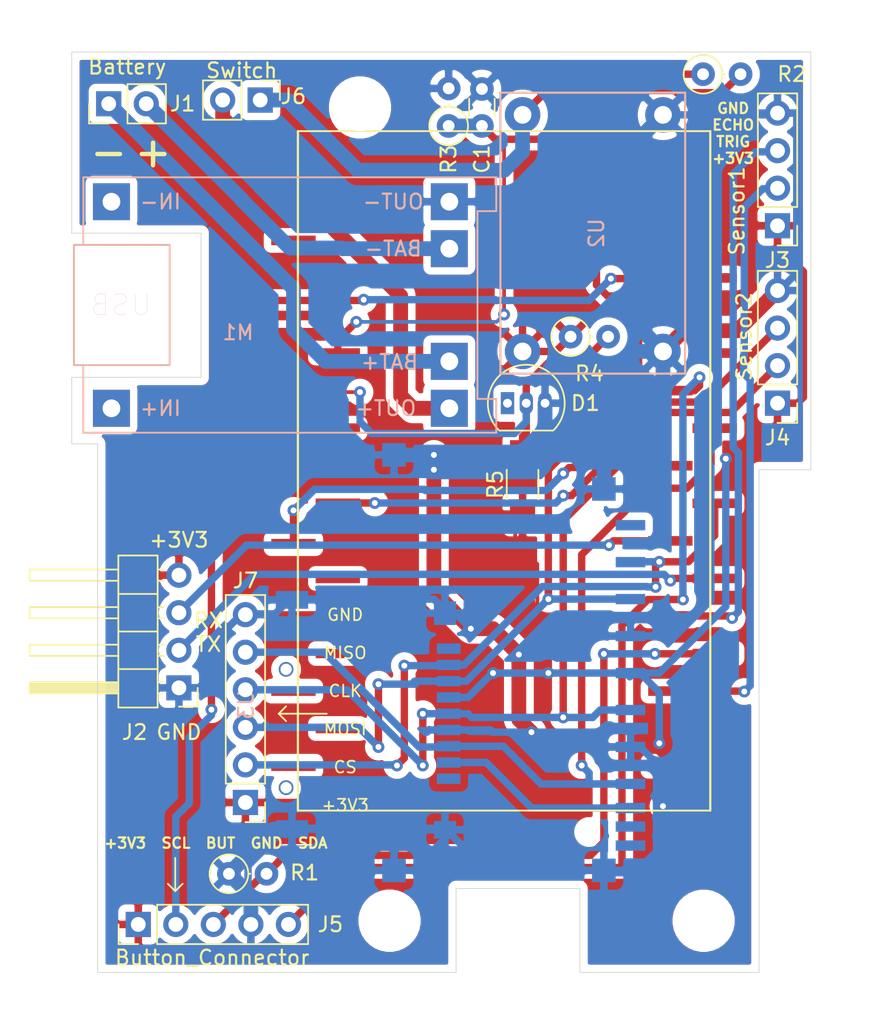
<source format=kicad_pcb>
(kicad_pcb (version 20171130) (host pcbnew "(5.1.4)-1")
  (layers (0 F.Cu signal) (31 B.Cu signal) (34 B.Paste user) (35 F.Paste user) (36 B.SilkS user) (37 F.SilkS user) (38 B.Mask user) (39 F.Mask user) (44 Edge.Cuts user))
  (net 0 "")
  (net 1 SD_CD)
  (net 2 SD_CLK)
  (net 3 SD_CMD)
  (net 4 SD_DAT0)
  (net 5 SD_DAT1)
  (net 6 GND)
  (net 7 +3V3)
  (net 8 -BATT)
  (net 9 +BATT)
  (net 10 TX_NEO6M)
  (net 11 RX_NEO6M)
  (net 12 ECHO1)
  (net 13 TRIG1)
  (net 14 TRIG2)
  (net 15 ECHO2)
  (net 16 +VDC)
  (net 17 SDA)
  (net 18 BUTTON)
  (net 19 SCL)
  (net 20 "Net-(J6-Pad2)")
  (net 21 "Net-(C1-Pad1)")
  (net 22 VoltRef)
  (module Capacitors_THT:C_Disc_D3.0mm_W1.6mm_P2.50mm (layer F.Cu) (at 50 52 90)
    (fp_text reference C1 (at -2.25 0 90) (layer F.SilkS))
    (fp_text value C_Small)
    (pad 1 thru_hole circle (at 0 0 90) (size 1.6 1.6) (drill 0.8) (layers *.Cu *.Mask) (net 21 "Net-(C1-Pad1)"))
    (pad 2 thru_hole circle (at 2.5 0 90) (size 1.6 1.6) (drill 0.8) (layers *.Cu *.Mask) (net 6 GND))
  )
  (module Resistors_THT:R_Axial_DIN0207_L6.3mm_D2.5mm_P2.54mm_Vertical (layer F.Cu) (at 32.885 102.575)
    (fp_text reference R1 (at 5.115 -0.075) (layer F.SilkS))
    (fp_text value R_Small)
    (pad 1 thru_hole circle (at 0 0) (size 1.6 1.6) (drill 0.8) (layers *.Cu *.Mask) (net 6 GND))
    (pad 2 thru_hole oval (at 2.54 0) (size 1.6 1.6) (drill 0.8) (layers *.Cu *.Mask) (net 18 BUTTON))
  )
  (module Mounting_Holes:MountingHole_3.2mm_M3_DIN965 (layer F.Cu) (at 65 105.75)
    (fp_text reference REF** hide)
    (fp_text value MountingHole_3.2mm_M3_DIN965)
    (pad 1 np_thru_hole circle (at 0 0) (size 3.2 3.2) (drill 3.2) (layers *.Cu *.Mask))
  )
  (module Mounting_Holes:MountingHole_3.2mm_M3_DIN965 (layer F.Cu) (at 41.75 50.75)
    (fp_text reference REF** hide)
    (fp_text value MountingHole_3.2mm_M3_DIN965)
    (pad 1 np_thru_hole circle (at 0 0) (size 3.2 3.2) (drill 3.2) (layers *.Cu *.Mask))
  )
  (module Mounting_Holes:MountingHole_3.2mm_M3_DIN965 (layer F.Cu) (at 43.75 105.75)
    (fp_text reference REF** hide)
    (fp_text value MountingHole_3.2mm_M3_DIN965)
    (pad 1 np_thru_hole circle (at 0 0) (size 3.2 3.2) (drill 3.2) (layers *.Cu *.Mask))
  )
  (module SD_CARD:SD_CARD-XUNPU-SD-101_C266601 (layer B.Cu) (at 44.0514 74.25 90)
    (fp_text reference SOCKET1 hide)
    (fp_text value XUNPU-SD-101_C266601 hide)
    (pad CD smd rect (at -25.12822 15.99946 90) (size 0.6985 1.99898) (layers B.Cu B.Paste B.Mask))
    (pad CD/DAT3 smd rect (at -7.24916 15.99946 90) (size 0.6985 1.99898) (layers B.Cu B.Paste B.Mask) (net 1 SD_CD))
    (pad CLK smd rect (at -17.24914 15.99946 90) (size 0.6985 1.99898) (layers B.Cu B.Paste B.Mask) (net 2 SD_CLK))
    (pad CMD smd rect (at -9.74852 15.99946 90) (size 0.6985 1.99898) (layers B.Cu B.Paste B.Mask) (net 3 SD_CMD))
    (pad DAT0 smd rect (at -22.24786 15.99946 90) (size 0.6985 1.99898) (layers B.Cu B.Paste B.Mask) (net 4 SD_DAT0))
    (pad DAT1 smd rect (at -23.87854 15.99946 90) (size 0.6985 1.99898) (layers B.Cu B.Paste B.Mask) (net 5 SD_DAT1))
    (pad DAT2 smd rect (at -4.7498 15.99946 90) (size 0.6985 1.99898) (layers B.Cu B.Paste B.Mask))
    (pad GND1 smd rect (at 0 0 90) (size 1.59766 1.59766) (layers B.Cu B.Paste B.Mask) (net 6 GND))
    (pad GND2 smd rect (at -2.2987 14.1986 90) (size 1.59766 1.59766) (layers B.Cu B.Paste B.Mask) (net 6 GND))
    (pad GND3 smd rect (at -28.09748 0 90) (size 1.59766 1.59766) (layers B.Cu B.Paste B.Mask) (net 6 GND))
    (pad GND4 smd rect (at -28.09748 14.1986 90) (size 1.59766 1.59766) (layers B.Cu B.Paste B.Mask) (net 6 GND))
    (pad SD_WP smd rect (at -26.41854 15.99946 90) (size 0.6985 1.99898) (layers B.Cu B.Paste B.Mask))
    (pad VDD smd rect (at -14.74978 15.99946 90) (size 0.6985 1.99898) (layers B.Cu B.Paste B.Mask) (net 7 +3V3))
    (pad VSS1 smd rect (at -12.24788 15.99946 90) (size 0.6985 1.99898) (layers B.Cu B.Paste B.Mask) (net 6 GND))
    (pad VSS2 smd rect (at -19.7485 15.99946 90) (size 0.6985 1.99898) (layers B.Cu B.Paste B.Mask) (net 6 GND))
    (pad "" np_thru_hole circle (at -4.51866 13.14958 90) (size 1.4986 1.4986) (drill 1.4986) (layers *.Cu *.Mask))
    (pad "" np_thru_hole circle (at -25.49906 13.19784 90) (size 0.99822 0.99822) (drill 0.99822) (layers *.Cu *.Mask))
  )
  (module Custom_Modules:LM2596_Mini (layer B.Cu) (at 52.45 51.15 270)
    (fp_text reference U2 (at 8.1 -5.3 270) (layer B.SilkS) (effects (justify mirror)))
    (fp_text value LM2596_mini)
    (pad IN+ thru_hole circle (at 0.1 -0.3 270) (size 2.4 2.4) (drill 1.2) (layers *.Cu *.Mask) (net 16 +VDC))
    (pad IN- thru_hole circle (at 0.1 -9.8 270) (size 2.4 2.4) (drill 1.2) (layers *.Cu *.Mask) (net 6 GND))
    (pad OUT+ thru_hole circle (at 16.1 -0.3 270) (size 2.4 2.4) (drill 1.2) (layers *.Cu *.Mask) (net 7 +3V3))
    (pad OUT- thru_hole circle (at 16.1 -9.8 270) (size 2.4 2.4) (drill 1.2) (layers *.Cu *.Mask) (net 6 GND))
  )
  (module SD_CARD:XUNPU-TF-115-C266620 (layer B.Cu) (at 36.75 96.75 90)
    (fp_text reference U3 (at 5.6 -2.7 90) (layer B.SilkS) (effects (justify mirror)))
    (fp_text value XUNPU-TF-115-C266620)
    (pad GND4 smd rect (at 12.7 0.4 90) (size 1.2 2.2) (layers B.Cu B.Paste B.Mask) (net 6 GND))
    (pad GND2 smd rect (at -2.8 0.4 90) (size 1.2 2.2) (layers B.Cu B.Paste B.Mask) (net 6 GND))
    (pad "" np_thru_hole circle (at 8 0 90) (size 1 1) (drill 0.762) (layers *.Cu *.Mask))
    (pad "" np_thru_hole circle (at 0 0 90) (size 1 1) (drill 0.762) (layers *.Cu *.Mask))
    (pad GND1 smd rect (at -2.85 10.75 90) (size 1.2 1.5) (layers B.Cu B.Paste B.Mask) (net 6 GND))
    (pad GND3 smd rect (at 11.8 10.75 90) (size 1.6 1.5) (layers B.Cu B.Paste B.Mask) (net 6 GND))
    (pad CD smd rect (at 0.6 11 90) (size 0.7 1.6) (layers B.Cu B.Paste B.Mask))
    (pad DAT1 smd rect (at 1.7 11 90) (size 0.7 1.6) (layers B.Cu B.Paste B.Mask) (net 5 SD_DAT1))
    (pad DAT0 smd rect (at 2.8 11 90) (size 0.7 1.6) (layers B.Cu B.Paste B.Mask) (net 4 SD_DAT0))
    (pad VSS1 smd rect (at 3.9 11 90) (size 0.7 1.6) (layers B.Cu B.Paste B.Mask) (net 6 GND))
    (pad CLK smd rect (at 5 11 90) (size 0.7 1.6) (layers B.Cu B.Paste B.Mask) (net 2 SD_CLK))
    (pad VDD smd rect (at 6.1 11 90) (size 0.7 1.6) (layers B.Cu B.Paste B.Mask) (net 7 +3V3))
    (pad CMD smd rect (at 7.2 11 90) (size 0.7 1.6) (layers B.Cu B.Paste B.Mask) (net 3 SD_CMD))
    (pad CD/DAT3 smd rect (at 8.3 11 90) (size 0.7 1.6) (layers B.Cu B.Paste B.Mask) (net 1 SD_CD))
    (pad DAT2 smd rect (at 9.4 11 90) (size 0.7 1.6) (layers B.Cu B.Paste B.Mask))
  )
  (module Custom_Modules:BATTERY-CHARGER-LI-PROT (layer B.Cu) (at 37 64.11)
    (fp_text reference M1 (at -3.5 1.86) (layer B.SilkS) (effects (justify mirror)))
    (fp_text value LIPoChargerwithProtection)
    (fp_text user OUT- (at 7 -6.985) (layer B.SilkS) (effects (justify mirror)))
    (fp_text user OUT+ (at 6.5 6.985) (layer B.SilkS) (effects (justify mirror)))
    (fp_text user USB (at -11.43 0) (layer B.SilkS) (effects (font (size 1.4 1.4) (thickness 0.015)) (justify mirror)))
    (fp_text user BAT- (at 7 -3.81) (layer B.SilkS) (effects (justify mirror)))
    (fp_text user BAT+ (at 6.75 3.86) (layer B.SilkS) (effects (justify mirror)))
    (fp_text user IN- (at -8.75 -6.985) (layer B.SilkS) (effects (justify mirror)))
    (fp_text user IN+ (at -8.75 6.985) (layer B.SilkS) (effects (justify mirror)))
    (pad OUT- thru_hole rect (at 10.795 -6.985) (size 2.5 2.5) (drill 1.2) (layers *.Cu *.Mask) (net 6 GND))
    (pad OUT+ thru_hole rect (at 10.795 6.985) (size 2.5 2.5) (drill 1.2) (layers *.Cu *.Mask) (net 20 "Net-(J6-Pad2)"))
    (pad B- thru_hole rect (at 10.795 -3.81) (size 2.5 2.5) (drill 1.2) (layers *.Cu *.Mask) (net 8 -BATT))
    (pad B+ thru_hole rect (at 10.795 3.81) (size 2.5 2.5) (drill 1.2) (layers *.Cu *.Mask) (net 9 +BATT))
    (pad IN- thru_hole rect (at -12.065 -6.985) (size 2.5 2.5) (drill 1.2) (layers *.Cu *.Mask))
    (pad IN+ thru_hole rect (at -12.065 6.985) (size 2.5 2.5) (drill 1.2) (layers *.Cu *.Mask))
  )
  (module Pin_Headers:Pin_Header_Straight_1x02_Pitch2.54mm (layer F.Cu) (at 24.75 50.5 90)
    (fp_text reference J1 (at 0 5 180) (layer F.SilkS))
    (fp_text value Conn_01x02_Male)
    (pad 2 thru_hole oval (at 0 2.54 90) (size 1.7 1.7) (drill 1) (layers *.Cu *.Mask) (net 8 -BATT))
    (pad 1 thru_hole rect (at 0 0 90) (size 1.7 1.7) (drill 1) (layers *.Cu *.Mask) (net 9 +BATT))
  )
  (module Pin_Headers:Pin_Header_Angled_1x04_Pitch2.54mm (layer F.Cu) (at 29.5 90 180)
    (fp_text reference J2 (at 3 -3) (layer F.SilkS))
    (fp_text value Conn_01x04_Female)
    (pad 4 thru_hole oval (at 0 7.62 180) (size 1.7 1.7) (drill 1) (layers *.Cu *.Mask) (net 7 +3V3))
    (pad 3 thru_hole oval (at 0 5.08 180) (size 1.7 1.7) (drill 1) (layers *.Cu *.Mask) (net 11 RX_NEO6M))
    (pad 2 thru_hole oval (at 0 2.54 180) (size 1.7 1.7) (drill 1) (layers *.Cu *.Mask) (net 10 TX_NEO6M))
    (pad 1 thru_hole rect (at 0 0 180) (size 1.7 1.7) (drill 1) (layers *.Cu *.Mask) (net 6 GND))
  )
  (module Pin_Headers:Pin_Header_Straight_1x04_Pitch2.54mm (layer F.Cu) (at 70 58.75 180)
    (fp_text reference J3 (at 0 -2.33) (layer F.SilkS))
    (fp_text value Conn_01x04_Male)
    (pad 4 thru_hole oval (at 0 7.62 180) (size 1.7 1.7) (drill 1) (layers *.Cu *.Mask) (net 6 GND))
    (pad 3 thru_hole oval (at 0 5.08 180) (size 1.7 1.7) (drill 1) (layers *.Cu *.Mask) (net 12 ECHO1))
    (pad 2 thru_hole oval (at 0 2.54 180) (size 1.7 1.7) (drill 1) (layers *.Cu *.Mask) (net 13 TRIG1))
    (pad 1 thru_hole rect (at 0 0 180) (size 1.7 1.7) (drill 1) (layers *.Cu *.Mask) (net 7 +3V3))
  )
  (module Pin_Headers:Pin_Header_Straight_1x04_Pitch2.54mm (layer F.Cu) (at 70 70.75 180)
    (fp_text reference J4 (at 0 -2.33) (layer F.SilkS))
    (fp_text value Conn_01x04_Male)
    (pad 1 thru_hole rect (at 0 0 180) (size 1.7 1.7) (drill 1) (layers *.Cu *.Mask) (net 7 +3V3))
    (pad 2 thru_hole oval (at 0 2.54 180) (size 1.7 1.7) (drill 1) (layers *.Cu *.Mask) (net 14 TRIG2))
    (pad 3 thru_hole oval (at 0 5.08 180) (size 1.7 1.7) (drill 1) (layers *.Cu *.Mask) (net 15 ECHO2))
    (pad 4 thru_hole oval (at 0 7.62 180) (size 1.7 1.7) (drill 1) (layers *.Cu *.Mask) (net 6 GND))
  )
  (module Pin_Headers:Pin_Header_Straight_1x05_Pitch2.54mm (layer F.Cu) (at 26.75 106 90)
    (fp_text reference J5 (at 0 13) (layer F.SilkS))
    (fp_text value Conn_01x05_Male)
    (pad 5 thru_hole oval (at 0 10.16 90) (size 1.7 1.7) (drill 1) (layers *.Cu *.Mask) (net 17 SDA))
    (pad 4 thru_hole oval (at 0 7.62 90) (size 1.7 1.7) (drill 1) (layers *.Cu *.Mask) (net 6 GND))
    (pad 3 thru_hole oval (at 0 5.08 90) (size 1.7 1.7) (drill 1) (layers *.Cu *.Mask) (net 18 BUTTON))
    (pad 2 thru_hole oval (at 0 2.54 90) (size 1.7 1.7) (drill 1) (layers *.Cu *.Mask) (net 19 SCL))
    (pad 1 thru_hole rect (at 0 0 90) (size 1.7 1.7) (drill 1) (layers *.Cu *.Mask) (net 7 +3V3))
  )
  (module Pin_Headers:Pin_Header_Straight_1x02_Pitch2.54mm (layer F.Cu) (at 35 50.25 270)
    (fp_text reference J6 (at -0.25 -2.25 180) (layer F.SilkS))
    (fp_text value Conn_01x02_Male)
    (pad 2 thru_hole oval (at 0 2.54 270) (size 1.7 1.7) (drill 1) (layers *.Cu *.Mask) (net 20 "Net-(J6-Pad2)"))
    (pad 1 thru_hole rect (at 0 0 270) (size 1.7 1.7) (drill 1) (layers *.Cu *.Mask) (net 16 +VDC))
  )
  (module ESP32-DEVKITC-32D:MODULE_ESP32-DEVKITC-32C_SMD (layer F.Cu) (at 51.5 79.5)
    (fp_text reference U1 (at -10.829175 -28.446045) (layer F.SilkS) (effects (font (size 1.000386 1.000386) (thickness 0.015))))
    (fp_text value ESP32-DEVKIT-32C)
    (pad 1 smd rect (at -14.25 -19.76) (size 3 0.65) (layers F.Cu F.Paste F.Mask))
    (pad 2 smd rect (at -11.25 -17.22) (size 3 0.65) (layers F.Cu F.Paste F.Mask))
    (pad 3 smd rect (at -14.25 -14.68) (size 3 0.65) (layers F.Cu F.Paste F.Mask))
    (pad 4 smd rect (at -11.25 -12.14) (size 3 0.65) (layers F.Cu F.Paste F.Mask) (net 21 "Net-(C1-Pad1)"))
    (pad 5 smd rect (at -14.25 -9.6) (size 3 0.65) (layers F.Cu F.Paste F.Mask) (net 22 VoltRef))
    (pad 6 smd rect (at -11.25 -7.06) (size 3 0.65) (layers F.Cu F.Paste F.Mask))
    (pad 7 smd rect (at -14.25 -4.75) (size 3 0.65) (layers F.Cu F.Paste F.Mask))
    (pad 8 smd rect (at -11.25 -1.98) (size 3 0.65) (layers F.Cu F.Paste F.Mask) (net 14 TRIG2))
    (pad 9 smd rect (at -14.25 0.75) (size 3 0.65) (layers F.Cu F.Paste F.Mask) (net 15 ECHO2))
    (pad 10 smd rect (at -11.25 3.1) (size 3 0.65) (layers F.Cu F.Paste F.Mask))
    (pad 11 smd rect (at -14.25 5.64) (size 3 0.65) (layers F.Cu F.Paste F.Mask))
    (pad 12 smd rect (at -11.25 8.18) (size 3 0.635) (layers F.Cu F.Paste F.Mask))
    (pad 13 smd rect (at -14.25 10.72) (size 3 0.65) (layers F.Cu F.Paste F.Mask))
    (pad 14 smd rect (at -11.25 13.25) (size 3 0.65) (layers F.Cu F.Paste F.Mask))
    (pad 15 smd rect (at -14.25 15.8) (size 3 0.65) (layers F.Cu F.Paste F.Mask))
    (pad 30 smd rect (at 11.25 -19.75) (size 3 0.65) (layers F.Cu F.Paste F.Mask) (net 3 SD_CMD))
    (pad 29 smd rect (at 14.25 -17.22) (size 3 0.65) (layers F.Cu F.Paste F.Mask) (net 19 SCL))
    (pad 28 smd rect (at 11.25 -14.68) (size 3 0.65) (layers F.Cu F.Paste F.Mask))
    (pad 27 smd rect (at 14.25 -12.14) (size 3 0.65) (layers F.Cu F.Paste F.Mask))
    (pad 26 smd rect (at 11.25 -9.6) (size 3 0.65) (layers F.Cu F.Paste F.Mask) (net 17 SDA))
    (pad 25 smd rect (at 14.25 -7.06) (size 3 0.65) (layers F.Cu F.Paste F.Mask) (net 4 SD_DAT0))
    (pad 24 smd rect (at 11.25 -4.52) (size 3 0.65) (layers F.Cu F.Paste F.Mask) (net 2 SD_CLK))
    (pad 23 smd rect (at 14.25 -1.98) (size 3 0.65) (layers F.Cu F.Paste F.Mask) (net 1 SD_CD))
    (pad 22 smd rect (at 11.25 0.56) (size 3 0.65) (layers F.Cu F.Paste F.Mask) (net 11 RX_NEO6M))
    (pad 21 smd rect (at 14.25 3.1) (size 3 0.65) (layers F.Cu F.Paste F.Mask) (net 10 TX_NEO6M))
    (pad 20 smd rect (at 11.25 5.64) (size 3 0.65) (layers F.Cu F.Paste F.Mask) (net 12 ECHO1))
    (pad 19 smd rect (at 14.25 8.18) (size 3 0.65) (layers F.Cu F.Paste F.Mask) (net 18 BUTTON))
    (pad 18 smd rect (at 11.25 10.72) (size 3 0.65) (layers F.Cu F.Paste F.Mask) (net 13 TRIG1))
    (pad 17 smd rect (at 14.25 13.25) (size 3 0.65) (layers F.Cu F.Paste F.Mask) (net 6 GND))
    (pad 16 smd rect (at 11.25 15.8) (size 3 0.65) (layers F.Cu F.Paste F.Mask) (net 7 +3V3))
  )
  (module Pin_Headers:Pin_Header_Straight_1x06_Pitch2.54mm (layer F.Cu) (at 34 97.75 180)
    (fp_text reference J7 (at 0 15) (layer F.SilkS))
    (fp_text value Conn_01x06_Male)
    (pad 6 thru_hole oval (at 0 12.7 180) (size 1.7 1.7) (drill 1) (layers *.Cu *.Mask) (net 6 GND))
    (pad 5 thru_hole oval (at 0 10.16 180) (size 1.7 1.7) (drill 1) (layers *.Cu *.Mask) (net 4 SD_DAT0))
    (pad 4 thru_hole oval (at 0 7.62 180) (size 1.7 1.7) (drill 1) (layers *.Cu *.Mask) (net 2 SD_CLK))
    (pad 3 thru_hole oval (at 0 5.08 180) (size 1.7 1.7) (drill 1) (layers *.Cu *.Mask) (net 3 SD_CMD))
    (pad 2 thru_hole oval (at 0 2.54 180) (size 1.7 1.7) (drill 1) (layers *.Cu *.Mask) (net 1 SD_CD))
    (pad 1 thru_hole rect (at 0 0 180) (size 1.7 1.7) (drill 1) (layers *.Cu *.Mask) (net 7 +3V3))
  )
  (module Resistors_THT:R_Axial_DIN0207_L6.3mm_D2.5mm_P2.54mm_Vertical (layer F.Cu) (at 64.96 48.5)
    (fp_text reference R2 (at 6 0) (layer F.SilkS))
    (fp_text value R_Small)
    (pad 2 thru_hole oval (at 2.54 0) (size 1.6 1.6) (drill 0.8) (layers *.Cu *.Mask) (net 21 "Net-(C1-Pad1)"))
    (pad 1 thru_hole circle (at 0 0) (size 1.6 1.6) (drill 0.8) (layers *.Cu *.Mask) (net 16 +VDC))
  )
  (module Resistors_THT:R_Axial_DIN0207_L6.3mm_D2.5mm_P2.54mm_Vertical (layer F.Cu) (at 47.75 52 90)
    (fp_text reference R3 (at -2.25 0 90) (layer F.SilkS))
    (fp_text value R_Small)
    (pad 1 thru_hole circle (at 0 0 90) (size 1.6 1.6) (drill 0.8) (layers *.Cu *.Mask) (net 21 "Net-(C1-Pad1)"))
    (pad 2 thru_hole oval (at 2.54 0 90) (size 1.6 1.6) (drill 0.8) (layers *.Cu *.Mask) (net 6 GND))
  )
  (module TO_SOT_Packages_THT:TO-92_Inline_Narrow_Oval (layer F.Cu) (at 51.73 70.75)
    (fp_text reference D1 (at 5.27 0) (layer F.SilkS))
    (fp_text value LM285Z-1.2)
    (pad 1 thru_hole rect (at 0 0 180) (size 0.9 1.5) (drill 0.6) (layers *.Cu *.Mask))
    (pad 3 thru_hole oval (at 2.54 0 180) (size 0.9 1.5) (drill 0.6) (layers *.Cu *.Mask) (net 6 GND))
    (pad 2 thru_hole oval (at 1.27 0 180) (size 0.9 1.5) (drill 0.6) (layers *.Cu *.Mask) (net 22 VoltRef))
  )
  (module Resistors_THT:R_Axial_DIN0207_L6.3mm_D2.5mm_P2.54mm_Vertical (layer F.Cu) (at 56 66.25)
    (fp_text reference R4 (at 1.27 2.5) (layer F.SilkS))
    (fp_text value R_Small)
    (pad 2 thru_hole oval (at 2.54 0) (size 1.6 1.6) (drill 0.8) (layers *.Cu *.Mask) (net 22 VoltRef))
    (pad 1 thru_hole circle (at 0 0) (size 1.6 1.6) (drill 0.8) (layers *.Cu *.Mask) (net 7 +3V3))
  )
  (module Resistors_SMD:R_1206_HandSoldering (layer F.Cu) (at 52.75 76.25 90)
    (fp_text reference R5 (at 0 -1.85 90) (layer F.SilkS))
    (fp_text value R_Small)
    (pad 2 smd rect (at 2 0 90) (size 2 1.7) (layers F.Cu F.Paste F.Mask) (net 22 VoltRef))
    (pad 1 smd rect (at -2 0 90) (size 2 1.7) (layers F.Cu F.Paste F.Mask) (net 7 +3V3))
  )
  (gr_line (start 22.25 69) (end 22.25 73.5) (layer Edge.Cuts) (width 0.05))
  (gr_line (start 24 73.5) (end 24 76.5) (layer Edge.Cuts) (width 0.05))
  (gr_line (start 22.25 73.5) (end 24 73.5) (layer Edge.Cuts) (width 0.05))
  (gr_line (start 36.25 91.75) (end 36.75 92.25) (layer F.SilkS) (width 0.12))
  (gr_line (start 36.25 91.75) (end 36.75 91.25) (layer F.SilkS) (width 0.12))
  (gr_line (start 36.75 91.75) (end 36.25 91.75) (layer F.SilkS) (width 0.12))
  (gr_line (start 36.75 91.75) (end 39.5 91.75) (layer F.SilkS) (width 0.12))
  (gr_line (start 29.25 103.75) (end 28.75 103.25) (layer F.SilkS) (width 0.12))
  (gr_line (start 29.25 103.75) (end 29.75 103.25) (layer F.SilkS) (width 0.12))
  (gr_line (start 29.25 101.5) (end 29.25 103.75) (layer F.SilkS) (width 0.12))
  (gr_text "+3V3  SCL  BUT  GND  SDA" (at 32 100.5) (layer F.SilkS) (effects (font (size 0.7 0.7))))
  (gr_text "GND\n\nMISO\n\nCLK\n\nMOSI\n\nCS\n\n+3V3" (at 40.75 91.5) (layer F.SilkS) (effects (font (size 0.8 0.8) (thickness 0.12))))
  (gr_text "RX\nTX" (at 31.5 86.25) (layer F.SilkS) (effects (font (size 1 1))))
  (gr_text GND (at 29.5 93) (layer F.SilkS) (effects (font (size 1 1))))
  (gr_text +3V3 (at 29.5 80) (layer F.SilkS) (effects (font (size 1 1))))
  (gr_text "GND\nECHO\nTRIG\n+3V3" (at 67 52.5) (layer F.SilkS) (effects (font (size 0.7 0.7))))
  (gr_text + (at 27.75 53.75) (layer F.SilkS) (effects (font (size 2 2) (thickness 0.3)) (justify mirror)))
  (gr_text - (at 24.75 53.75) (layer F.SilkS) (effects (font (size 2 2) (thickness 0.3))))
  (gr_line (start 31 69) (end 22.25 69) (layer Edge.Cuts) (width 0.05))
  (gr_line (start 31 59.25) (end 31 69) (layer Edge.Cuts) (width 0.05))
  (gr_line (start 22.25 59.25) (end 31 59.25) (layer Edge.Cuts) (width 0.05))
  (gr_line (start 22.25 57) (end 22.25 59.25) (layer Edge.Cuts) (width 0.05))
  (gr_line (start 48.25 109.25) (end 35.5 109.25) (layer Edge.Cuts) (width 0.05))
  (gr_line (start 68.75 109.25) (end 56.625 109.25) (layer Edge.Cuts) (width 0.05))
  (gr_line (start 56.625 103.575) (end 56.625 109.25) (layer Edge.Cuts) (width 0.05))
  (gr_line (start 48.25 103.575) (end 56.625 103.575) (layer Edge.Cuts) (width 0.05))
  (gr_line (start 48.25 109.25) (end 48.25 103.575) (layer Edge.Cuts) (width 0.05))
  (gr_line (start 22.25 47) (end 69 47) (layer Edge.Cuts) (width 0.05))
  (gr_line (start 22.25 47) (end 22.25 57) (layer Edge.Cuts) (width 0.05))
  (gr_line (start 68.75 75.25) (end 69 75.25) (layer Edge.Cuts) (width 0.05))
  (gr_line (start 68.75 109.25) (end 68.75 75.25) (layer Edge.Cuts) (width 0.05))
  (gr_text Sensor2 (at 67.75 66.25 90) (layer F.SilkS) (effects (font (size 1 1))))
  (gr_text Sensor1 (at 67.25 57.75 90) (layer F.SilkS) (effects (font (size 1 1))))
  (gr_text Button_Connector (at 31.75 108.25) (layer F.SilkS) (effects (font (size 1 1))))
  (gr_text Switch (at 33.75 48.25) (layer F.SilkS) (effects (font (size 1 1))))
  (gr_text Battery (at 26 48) (layer F.SilkS) (effects (font (size 1 1))))
  (gr_line (start 24 109.25) (end 24 109) (layer Edge.Cuts) (width 0.05))
  (gr_line (start 35.5 109.25) (end 24 109.25) (layer Edge.Cuts) (width 0.05))
  (gr_line (start 24 93) (end 24 109) (layer Edge.Cuts) (width 0.05))
  (gr_line (start 72.25 47) (end 69 47) (layer Edge.Cuts) (width 0.05))
  (gr_line (start 72.25 75.25) (end 72.25 47) (layer Edge.Cuts) (width 0.05))
  (gr_line (start 69 75.25) (end 72.25 75.25) (layer Edge.Cuts) (width 0.05))
  (gr_line (start 24 76.5) (end 24 93) (layer Edge.Cuts) (width 0.05))
  (segment (start 34 95.21) (end 41.96 95.21) (width 0.5) (layer B.Cu) (net 1))
  (via (at 44.25 95.25) (size 0.8) (drill 0.4) (layers F.Cu B.Cu) (net 1))
  (segment (start 41.96 95.21) (end 44.21 95.21) (width 0.5) (layer B.Cu) (net 1))
  (segment (start 44.21 95.21) (end 44.25 95.25) (width 0.5) (layer B.Cu) (net 1))
  (via (at 44.75 88.5) (size 0.8) (drill 0.4) (layers F.Cu B.Cu) (net 1))
  (segment (start 44.25 95.25) (end 44.75 94.75) (width 0.5) (layer F.Cu) (net 1))
  (segment (start 44.75 94.75) (end 44.75 88.5) (width 0.5) (layer F.Cu) (net 1))
  (segment (start 44.75 88.5) (end 47.75 88.5) (width 0.5) (layer B.Cu) (net 1))
  (via (at 61.75 83.17499) (size 0.8) (drill 0.4) (layers F.Cu B.Cu) (net 1))
  (segment (start 61.434315 81.474979) (end 62 81.474979) (width 0.5) (layer B.Cu) (net 1))
  (segment (start 65.75 79.695002) (end 63.970023 81.474979) (width 0.5) (layer F.Cu) (net 1))
  (segment (start 63.970023 81.474979) (end 62.565685 81.474979) (width 0.5) (layer F.Cu) (net 1))
  (segment (start 60.025021 81.474979) (end 61.434315 81.474979) (width 0.5) (layer B.Cu) (net 1))
  (segment (start 62.565685 81.474979) (end 62 81.474979) (width 0.5) (layer F.Cu) (net 1))
  (segment (start 61.75 81.724979) (end 62 81.474979) (width 0.5) (layer F.Cu) (net 1))
  (segment (start 61.184315 83.17499) (end 61.75 83.17499) (width 0.5) (layer B.Cu) (net 1))
  (segment (start 61.75 83.17499) (end 61.75 81.724979) (width 0.5) (layer F.Cu) (net 1))
  (segment (start 60 81.5) (end 60.025021 81.474979) (width 0.5) (layer B.Cu) (net 1))
  (via (at 62 81.474979) (size 0.8) (drill 0.4) (layers F.Cu B.Cu) (net 1))
  (segment (start 54.085477 83.148519) (end 61.157844 83.148519) (width 0.5) (layer B.Cu) (net 1))
  (segment (start 65.75 77.52) (end 65.75 79.695002) (width 0.5) (layer F.Cu) (net 1))
  (segment (start 48.783996 88.45) (end 54.085477 83.148519) (width 0.5) (layer B.Cu) (net 1))
  (segment (start 47.75 88.45) (end 48.783996 88.45) (width 0.5) (layer B.Cu) (net 1))
  (segment (start 61.157844 83.148519) (end 61.184315 83.17499) (width 0.5) (layer B.Cu) (net 1))
  (segment (start 49.05 91.75) (end 49.3 92) (width 0.5) (layer B.Cu) (net 2))
  (segment (start 47.75 91.75) (end 49.05 91.75) (width 0.5) (layer B.Cu) (net 2))
  (segment (start 57.5 92) (end 58 91.5) (width 0.5) (layer B.Cu) (net 2))
  (segment (start 60 91.5) (end 58 91.5) (width 0.5) (layer B.Cu) (net 2))
  (via (at 46 95.25) (size 0.8) (drill 0.4) (layers F.Cu B.Cu) (net 2))
  (segment (start 40.88 90.13) (end 46 95.25) (width 0.5) (layer B.Cu) (net 2))
  (segment (start 34 90.13) (end 40.88 90.13) (width 0.5) (layer B.Cu) (net 2))
  (via (at 46 91.75) (size 0.8) (drill 0.4) (layers F.Cu B.Cu) (net 2))
  (segment (start 46 95.25) (end 46 91.75) (width 0.5) (layer F.Cu) (net 2))
  (segment (start 46 91.75) (end 47.75 91.75) (width 0.5) (layer B.Cu) (net 2))
  (segment (start 59.214674 74.98) (end 55.5 78.694674) (width 0.5) (layer F.Cu) (net 2))
  (segment (start 62.75 74.98) (end 59.214674 74.98) (width 0.5) (layer F.Cu) (net 2))
  (via (at 55.5 92) (size 0.8) (drill 0.4) (layers F.Cu B.Cu) (net 2))
  (segment (start 55.5 78.694674) (end 55.5 92) (width 0.5) (layer F.Cu) (net 2))
  (segment (start 49.3 92) (end 55.5 92) (width 0.5) (layer B.Cu) (net 2))
  (segment (start 55.5 92) (end 57.5 92) (width 0.5) (layer B.Cu) (net 2))
  (segment (start 35.202081 92.67) (end 35.372081 92.5) (width 0.5) (layer B.Cu) (net 3))
  (segment (start 34 92.67) (end 35.202081 92.67) (width 0.5) (layer B.Cu) (net 3))
  (via (at 43 94) (size 0.8) (drill 0.4) (layers F.Cu B.Cu) (net 3))
  (segment (start 35.202081 92.67) (end 41.67 92.67) (width 0.5) (layer B.Cu) (net 3))
  (segment (start 41.67 92.67) (end 43 94) (width 0.5) (layer B.Cu) (net 3))
  (via (at 43 89.75) (size 0.8) (drill 0.4) (layers F.Cu B.Cu) (net 3))
  (segment (start 43 94) (end 43 89.75) (width 0.5) (layer F.Cu) (net 3))
  (segment (start 45.45 89.55) (end 45.25 89.75) (width 0.5) (layer B.Cu) (net 3))
  (segment (start 47.75 89.55) (end 45.45 89.55) (width 0.5) (layer B.Cu) (net 3))
  (segment (start 43 89.75) (end 45.25 89.75) (width 0.5) (layer B.Cu) (net 3))
  (segment (start 45.25 89.75) (end 45.5 89.75) (width 0.5) (layer B.Cu) (net 3))
  (segment (start 54.493478 83.99852) (end 58.55137 83.99852) (width 0.5) (layer B.Cu) (net 3))
  (segment (start 58.55137 83.99852) (end 60.05086 83.99852) (width 0.5) (layer B.Cu) (net 3))
  (segment (start 48.941998 89.55) (end 54.493478 83.99852) (width 0.5) (layer B.Cu) (net 3))
  (segment (start 47.75 89.55) (end 48.941998 89.55) (width 0.5) (layer B.Cu) (net 3))
  (via (at 54.493478 83.99852) (size 0.8) (drill 0.4) (layers F.Cu B.Cu) (net 3))
  (segment (start 54.493478 83.432835) (end 54.5 83.426313) (width 0.5) (layer F.Cu) (net 3))
  (segment (start 54.493478 83.99852) (end 54.493478 83.432835) (width 0.5) (layer F.Cu) (net 3))
  (segment (start 54.493478 83.99852) (end 54.493478 75.256522) (width 0.5) (layer F.Cu) (net 3))
  (segment (start 54.493478 75.256522) (end 60.75 69) (width 0.5) (layer F.Cu) (net 3))
  (segment (start 60.599999 68.849999) (end 60.599999 64.099999) (width 0.5) (layer F.Cu) (net 3))
  (segment (start 60.75 69) (end 60.599999 68.849999) (width 0.5) (layer F.Cu) (net 3))
  (segment (start 60.599999 64.099999) (end 60 63.5) (width 0.5) (layer F.Cu) (net 3))
  (segment (start 60 63.5) (end 58.5 63.5) (width 0.5) (layer F.Cu) (net 3))
  (segment (start 58.5 63.5) (end 57.75 62.75) (width 0.5) (layer F.Cu) (net 3))
  (segment (start 57.75 60.75) (end 58.75 59.75) (width 0.5) (layer F.Cu) (net 3))
  (segment (start 57.75 62.75) (end 57.75 60.75) (width 0.5) (layer F.Cu) (net 3))
  (segment (start 62.75 59.75) (end 58.75 59.75) (width 0.5) (layer F.Cu) (net 3))
  (segment (start 47.75 93.95) (end 51.45 93.95) (width 0.5) (layer B.Cu) (net 4))
  (segment (start 51.45 93.95) (end 54 96.5) (width 0.5) (layer B.Cu) (net 4))
  (segment (start 34 87.59) (end 39.329964 87.59) (width 0.5) (layer B.Cu) (net 4))
  (segment (start 45.739964 94) (end 47.75 94) (width 0.5) (layer B.Cu) (net 4))
  (segment (start 39.329964 87.59) (end 45.739964 94) (width 0.5) (layer B.Cu) (net 4))
  (segment (start 58.54923 96.5) (end 57.25 96.5) (width 0.5) (layer B.Cu) (net 4))
  (segment (start 58.55137 96.49786) (end 58.54923 96.5) (width 0.5) (layer B.Cu) (net 4))
  (segment (start 60.05086 96.49786) (end 58.55137 96.49786) (width 0.5) (layer B.Cu) (net 4))
  (segment (start 54 96.5) (end 57.25 96.5) (width 0.5) (layer B.Cu) (net 4))
  (segment (start 57.25 96.5) (end 60 96.5) (width 0.5) (layer B.Cu) (net 4))
  (via (at 56.75 95.25) (size 0.8) (drill 0.4) (layers F.Cu B.Cu) (net 4))
  (segment (start 57.25 96.5) (end 57.25 95.75) (width 0.5) (layer B.Cu) (net 4))
  (segment (start 57.25 95.75) (end 56.75 95.25) (width 0.5) (layer B.Cu) (net 4))
  (segment (start 56.75 80.994606) (end 61.244606 76.5) (width 0.5) (layer F.Cu) (net 4))
  (segment (start 56.75 95.25) (end 56.75 80.994606) (width 0.5) (layer F.Cu) (net 4))
  (segment (start 63.865002 76.5) (end 65.5 74.865002) (width 0.5) (layer F.Cu) (net 4))
  (segment (start 61.244606 76.5) (end 63.865002 76.5) (width 0.5) (layer F.Cu) (net 4))
  (segment (start 65.5 74.865002) (end 65.5 72.5) (width 0.5) (layer F.Cu) (net 4))
  (segment (start 65.5 72.5) (end 65.75 72.5) (width 0.5) (layer F.Cu) (net 4))
  (segment (start 65.75 72.5) (end 65.75 72.25) (width 0.5) (layer F.Cu) (net 4))
  (segment (start 53.37146 98.12854) (end 60.05086 98.12854) (width 0.5) (layer B.Cu) (net 5))
  (segment (start 47.75 95.05) (end 50.29292 95.05) (width 0.5) (layer B.Cu) (net 5))
  (segment (start 50.29292 95.05) (end 53.37146 98.12854) (width 0.5) (layer B.Cu) (net 5))
  (segment (start 37.25 99.5) (end 47.25 99.5) (width 0.5) (layer B.Cu) (net 6))
  (segment (start 47.25 99.5) (end 47.5 99.5) (width 0.5) (layer B.Cu) (net 6))
  (segment (start 45.35023 102.34748) (end 47.5 100.19771) (width 0.5) (layer B.Cu) (net 6))
  (segment (start 44.0514 102.34748) (end 45.35023 102.34748) (width 0.5) (layer B.Cu) (net 6))
  (segment (start 47.5 100.19771) (end 47.5 99.5) (width 0.5) (layer B.Cu) (net 6))
  (segment (start 47.5 99.5) (end 47.5 99.75) (width 0.5) (layer B.Cu) (net 6))
  (segment (start 58.25 102.34748) (end 50.34748 102.34748) (width 0.5) (layer B.Cu) (net 6))
  (segment (start 50.34748 102.34748) (end 47.5 99.5) (width 0.5) (layer B.Cu) (net 6))
  (segment (start 30.85 90) (end 29.5 90) (width 0.5) (layer B.Cu) (net 6))
  (segment (start 31.75 89.1) (end 30.85 90) (width 0.5) (layer B.Cu) (net 6))
  (segment (start 31.75 87) (end 31.75 89.1) (width 0.5) (layer B.Cu) (net 6))
  (segment (start 47.5 84.75) (end 46.75 84) (width 0.5) (layer B.Cu) (net 6))
  (segment (start 47.5 84.95) (end 47.5 84.75) (width 0.5) (layer B.Cu) (net 6))
  (segment (start 37 84) (end 36 85) (width 0.5) (layer B.Cu) (net 6))
  (segment (start 36 85) (end 33.75 85) (width 0.5) (layer B.Cu) (net 6))
  (segment (start 33.75 85) (end 31.75 87) (width 0.5) (layer B.Cu) (net 6))
  (segment (start 46.75 84) (end 45 84) (width 0.5) (layer B.Cu) (net 6))
  (segment (start 45 84) (end 37 84) (width 0.5) (layer B.Cu) (net 6))
  (segment (start 60.7011 93.9985) (end 62.25 95.5474) (width 0.5) (layer B.Cu) (net 6))
  (segment (start 60.05086 93.9985) (end 60.7011 93.9985) (width 0.5) (layer B.Cu) (net 6))
  (segment (start 62.25 100.628142) (end 60.378142 102.5) (width 0.5) (layer B.Cu) (net 6))
  (segment (start 60.378142 102.5) (end 58 102.5) (width 0.5) (layer B.Cu) (net 6))
  (segment (start 58 102.5) (end 58.25 102.5) (width 0.5) (layer B.Cu) (net 6))
  (segment (start 58.55137 93.9985) (end 57.55287 93) (width 0.5) (layer B.Cu) (net 6))
  (segment (start 60.05086 93.9985) (end 58.55137 93.9985) (width 0.5) (layer B.Cu) (net 6))
  (segment (start 50.6 92.85) (end 50.75 93) (width 0.5) (layer B.Cu) (net 6))
  (segment (start 47.75 92.85) (end 50.6 92.85) (width 0.5) (layer B.Cu) (net 6))
  (via (at 52.5 87.75) (size 0.8) (drill 0.4) (layers F.Cu B.Cu) (net 6))
  (segment (start 60.05086 86.49788) (end 53.75212 86.49788) (width 0.5) (layer B.Cu) (net 6))
  (segment (start 53.75212 86.49788) (end 52.5 87.75) (width 0.5) (layer B.Cu) (net 6))
  (via (at 49.25 86) (size 0.8) (drill 0.4) (layers F.Cu B.Cu) (net 6))
  (segment (start 49.25 86) (end 48.25 85) (width 0.5) (layer B.Cu) (net 6))
  (segment (start 48.25 85) (end 47.5 85) (width 0.5) (layer B.Cu) (net 6))
  (via (at 62.25 98) (size 0.8) (drill 0.4) (layers F.Cu B.Cu) (net 6))
  (segment (start 62.685002 98) (end 62.25 98) (width 0.5) (layer F.Cu) (net 6))
  (segment (start 65.75 94.935002) (end 62.685002 98) (width 0.5) (layer F.Cu) (net 6))
  (segment (start 65.75 92.75) (end 65.75 94.935002) (width 0.5) (layer F.Cu) (net 6))
  (segment (start 62.25 95.5474) (end 62.25 98) (width 0.5) (layer B.Cu) (net 6))
  (segment (start 62.25 98) (end 62.25 100.628142) (width 0.5) (layer B.Cu) (net 6))
  (segment (start 62.25 51.25) (end 63.947056 51.25) (width 0.5) (layer B.Cu) (net 6))
  (segment (start 63.947056 51.25) (end 70 51.25) (width 0.5) (layer B.Cu) (net 6))
  (segment (start 70 51.25) (end 70 51.5) (width 0.5) (layer B.Cu) (net 6))
  (segment (start 71.300001 51.22792) (end 71.300001 61.949999) (width 0.5) (layer B.Cu) (net 6))
  (segment (start 70 51.13) (end 71.202081 51.13) (width 0.5) (layer B.Cu) (net 6))
  (segment (start 71.202081 51.13) (end 71.300001 51.22792) (width 0.5) (layer B.Cu) (net 6))
  (segment (start 71.300001 61.949999) (end 70 63.25) (width 0.5) (layer B.Cu) (net 6))
  (segment (start 67.284999 65.845001) (end 63.654999 65.845001) (width 1) (layer F.Cu) (net 6))
  (segment (start 70 63.13) (end 67.284999 65.845001) (width 1) (layer F.Cu) (net 6))
  (segment (start 63.654999 65.845001) (end 62.25 67.25) (width 1) (layer F.Cu) (net 6))
  (segment (start 61.050001 52.449999) (end 61.050001 66.050001) (width 1) (layer B.Cu) (net 6))
  (segment (start 62.25 51.25) (end 61.050001 52.449999) (width 1) (layer B.Cu) (net 6))
  (segment (start 61.050001 66.050001) (end 62.25 67.25) (width 1) (layer B.Cu) (net 6))
  (segment (start 58.25 74.74987) (end 58.25 76.5487) (width 1) (layer B.Cu) (net 6))
  (segment (start 62.25 67.25) (end 62.25 70.74987) (width 1) (layer B.Cu) (net 6))
  (segment (start 62.25 70.74987) (end 58.25 74.74987) (width 1) (layer B.Cu) (net 6))
  (segment (start 36.65 99.55) (end 37.15 99.55) (width 0.5) (layer B.Cu) (net 6))
  (segment (start 34.174999 102.025001) (end 36.65 99.55) (width 0.5) (layer B.Cu) (net 6))
  (segment (start 34.174999 104.602918) (end 34.174999 102.025001) (width 0.5) (layer B.Cu) (net 6))
  (segment (start 34.37 104.797919) (end 34.174999 104.602918) (width 0.5) (layer B.Cu) (net 6))
  (segment (start 34.37 106) (end 34.37 104.797919) (width 0.5) (layer B.Cu) (net 6))
  (via (at 53.35 93) (size 0.8) (drill 0.4) (layers F.Cu B.Cu) (net 6))
  (segment (start 57.55287 93) (end 53.35 93) (width 0.5) (layer B.Cu) (net 6))
  (segment (start 53.35 93) (end 50.75 93) (width 0.5) (layer B.Cu) (net 6))
  (segment (start 50.75 86) (end 52.5 87.75) (width 1) (layer F.Cu) (net 6))
  (segment (start 49.25 86) (end 50.75 86) (width 1) (layer F.Cu) (net 6))
  (segment (start 34.37 104.06) (end 32.885 102.575) (width 1) (layer B.Cu) (net 6))
  (segment (start 34.37 106) (end 34.37 104.06) (width 1) (layer B.Cu) (net 6))
  (segment (start 35.91 99.55) (end 37.15 99.55) (width 1) (layer B.Cu) (net 6))
  (segment (start 32.885 102.575) (end 35.91 99.55) (width 1) (layer B.Cu) (net 6))
  (segment (start 60.552944 67.25) (end 62.25 67.25) (width 1) (layer B.Cu) (net 6))
  (segment (start 44.14 74.1614) (end 44.0514 74.25) (width 1) (layer B.Cu) (net 6))
  (segment (start 34 97.75) (end 32.65 97.75) (width 0.5) (layer F.Cu) (net 7))
  (segment (start 32.65 97.75) (end 28.25 97.75) (width 0.5) (layer F.Cu) (net 7))
  (segment (start 28.25 97.75) (end 26.75 99.25) (width 0.5) (layer F.Cu) (net 7))
  (segment (start 26.75 106) (end 26.75 106.25) (width 0.5) (layer F.Cu) (net 7))
  (segment (start 26.75 106.25) (end 27 106) (width 0.5) (layer F.Cu) (net 7))
  (segment (start 28.297919 82.38) (end 28.177919 82.5) (width 0.5) (layer F.Cu) (net 7))
  (segment (start 29.5 82.38) (end 28.297919 82.38) (width 0.5) (layer F.Cu) (net 7))
  (segment (start 28.177919 82.5) (end 26 82.5) (width 0.5) (layer F.Cu) (net 7))
  (segment (start 26 82.5) (end 25 83.5) (width 0.5) (layer F.Cu) (net 7))
  (segment (start 25 97.75) (end 26.75 99.5) (width 0.5) (layer F.Cu) (net 7))
  (segment (start 25 83.5) (end 25 97.75) (width 0.5) (layer F.Cu) (net 7))
  (segment (start 26.75 99.25) (end 26.75 99.5) (width 0.5) (layer F.Cu) (net 7))
  (segment (start 49.05 90.65) (end 50.7 89) (width 0.5) (layer B.Cu) (net 7))
  (segment (start 47.75 90.65) (end 49.05 90.65) (width 0.5) (layer B.Cu) (net 7))
  (segment (start 60.25 89) (end 60 89.25) (width 0.5) (layer B.Cu) (net 7))
  (segment (start 60 89.25) (end 59.75 89) (width 0.5) (layer B.Cu) (net 7))
  (via (at 62 93.75) (size 0.8) (drill 0.4) (layers F.Cu B.Cu) (net 7))
  (segment (start 62 90.29868) (end 62 93.75) (width 0.5) (layer B.Cu) (net 7))
  (segment (start 60.05086 88.99978) (end 60.7011 88.99978) (width 0.5) (layer B.Cu) (net 7))
  (segment (start 60.7011 88.99978) (end 62 90.29868) (width 0.5) (layer B.Cu) (net 7))
  (segment (start 62 94.315685) (end 62.75 95.065685) (width 0.5) (layer F.Cu) (net 7))
  (segment (start 62 93.75) (end 62 94.315685) (width 0.5) (layer F.Cu) (net 7))
  (segment (start 62.75 95.065685) (end 62.75 95.25) (width 0.5) (layer F.Cu) (net 7))
  (segment (start 62.75 95.3) (end 62.75 95.25) (width 0.5) (layer F.Cu) (net 7))
  (segment (start 34 97.75) (end 48.5 97.75) (width 0.5) (layer F.Cu) (net 7))
  (via (at 50.75 89) (size 0.8) (drill 0.4) (layers F.Cu B.Cu) (net 7))
  (segment (start 50.75 95.5) (end 50.75 89) (width 0.5) (layer F.Cu) (net 7))
  (segment (start 48.5 97.75) (end 50.75 95.5) (width 0.5) (layer F.Cu) (net 7))
  (segment (start 50.7 89) (end 50.75 89) (width 0.5) (layer B.Cu) (net 7))
  (segment (start 68.65 58.75) (end 65.65 55.75) (width 0.5) (layer F.Cu) (net 7))
  (segment (start 70 58.75) (end 68.65 58.75) (width 0.5) (layer F.Cu) (net 7))
  (segment (start 65.65 55.75) (end 53.75 55.75) (width 0.5) (layer F.Cu) (net 7))
  (segment (start 53.75 55.75) (end 52.75 56.75) (width 0.5) (layer F.Cu) (net 7))
  (segment (start 52.75 56.75) (end 52.75 67.25) (width 0.5) (layer F.Cu) (net 7))
  (segment (start 52.75 67.25) (end 53 67.25) (width 0.5) (layer F.Cu) (net 7))
  (segment (start 71.35 70.75) (end 71.75 70.35) (width 0.5) (layer F.Cu) (net 7))
  (segment (start 70 70.75) (end 71.35 70.75) (width 0.5) (layer F.Cu) (net 7))
  (segment (start 71.75 61.85) (end 70 60.1) (width 0.5) (layer F.Cu) (net 7))
  (segment (start 71.75 70.35) (end 71.75 61.85) (width 0.5) (layer F.Cu) (net 7))
  (segment (start 70 60.1) (end 70 58.75) (width 0.5) (layer F.Cu) (net 7))
  (segment (start 67.6 74.5) (end 66.5 74.5) (width 0.5) (layer F.Cu) (net 7))
  (segment (start 70 70.75) (end 70 72.1) (width 0.5) (layer F.Cu) (net 7))
  (via (at 66.5 74.5) (size 0.8) (drill 0.4) (layers F.Cu B.Cu) (net 7))
  (segment (start 70 72.1) (end 67.6 74.5) (width 0.5) (layer F.Cu) (net 7))
  (segment (start 66.5 74.5) (end 66.5 84.5) (width 0.5) (layer B.Cu) (net 7))
  (segment (start 66.5 84.5) (end 62 89) (width 0.5) (layer B.Cu) (net 7))
  (segment (start 61.55057 89) (end 62 89) (width 0.5) (layer B.Cu) (net 7))
  (segment (start 61.55035 88.99978) (end 61.55057 89) (width 0.5) (layer B.Cu) (net 7))
  (segment (start 60.05086 88.99978) (end 61.55035 88.99978) (width 0.5) (layer B.Cu) (net 7))
  (segment (start 26.75 99.5) (end 26.75 102.6) (width 0.5) (layer F.Cu) (net 7))
  (segment (start 26.75 102.6) (end 26.75 106) (width 0.5) (layer F.Cu) (net 7))
  (via (at 62.74999 82.75) (size 0.8) (drill 0.4) (layers F.Cu B.Cu) (net 10))
  (segment (start 62.349991 82.350001) (end 62.74999 82.75) (width 0.5) (layer B.Cu) (net 10))
  (segment (start 62.324979 82.324989) (end 62.349991 82.350001) (width 0.5) (layer B.Cu) (net 10))
  (segment (start 62.89999 82.6) (end 62.74999 82.75) (width 0.5) (layer F.Cu) (net 10))
  (segment (start 34.635011 82.324989) (end 62.324979 82.324989) (width 0.5) (layer B.Cu) (net 10))
  (segment (start 65.75 82.6) (end 62.89999 82.6) (width 0.5) (layer F.Cu) (net 10))
  (segment (start 29.5 87.46) (end 34.635011 82.324989) (width 0.5) (layer B.Cu) (net 10))
  (segment (start 58.032666 80.348351) (end 58.598351 80.348351) (width 0.5) (layer B.Cu) (net 11))
  (segment (start 29.5 84.92) (end 34.071649 80.348351) (width 0.5) (layer B.Cu) (net 11))
  (segment (start 58.886702 80.06) (end 58.598351 80.348351) (width 0.5) (layer F.Cu) (net 11))
  (segment (start 62.75 80.06) (end 58.886702 80.06) (width 0.5) (layer F.Cu) (net 11))
  (via (at 58.598351 80.348351) (size 0.8) (drill 0.4) (layers F.Cu B.Cu) (net 11))
  (segment (start 67 73.741998) (end 67.350001 74.091999) (width 0.5) (layer B.Cu) (net 12))
  (via (at 66.927249 85.274848) (size 0.8) (drill 0.4) (layers F.Cu B.Cu) (net 12))
  (segment (start 67 55.25) (end 67 73.741998) (width 0.5) (layer B.Cu) (net 12))
  (segment (start 67.327248 84.874849) (end 66.927249 85.274848) (width 0.5) (layer B.Cu) (net 12))
  (segment (start 67.350001 74.091999) (end 67.350001 84.852096) (width 0.5) (layer B.Cu) (net 12))
  (segment (start 67.350001 84.852096) (end 67.327248 84.874849) (width 0.5) (layer B.Cu) (net 12))
  (segment (start 68.5 53.75) (end 67 55.25) (width 0.5) (layer B.Cu) (net 12))
  (segment (start 69.75 53.75) (end 68.5 53.75) (width 0.5) (layer B.Cu) (net 12))
  (segment (start 62.75 85.14) (end 66.792401 85.14) (width 0.5) (layer F.Cu) (net 12))
  (segment (start 66.792401 85.14) (end 66.927249 85.274848) (width 0.5) (layer F.Cu) (net 12))
  (via (at 67.75 90.25) (size 0.8) (drill 0.4) (layers F.Cu B.Cu) (net 13))
  (segment (start 62.75 90.22) (end 67.72 90.22) (width 0.5) (layer F.Cu) (net 13))
  (segment (start 67.72 90.22) (end 67.75 90.25) (width 0.5) (layer F.Cu) (net 13))
  (segment (start 68.149999 69.179015) (end 67.704615 68.733631) (width 0.5) (layer B.Cu) (net 13))
  (segment (start 67.704615 68.733631) (end 67.704615 67.530334) (width 0.5) (layer B.Cu) (net 13))
  (segment (start 69 56.25) (end 70 56.25) (width 0.5) (layer B.Cu) (net 13))
  (segment (start 67.704615 67.530334) (end 67.75 67.484949) (width 0.5) (layer B.Cu) (net 13))
  (segment (start 67.75 67.484949) (end 67.75 57.5) (width 0.5) (layer B.Cu) (net 13))
  (segment (start 67.75 57.5) (end 69 56.25) (width 0.5) (layer B.Cu) (net 13))
  (segment (start 67.75 90.25) (end 68.149999 89.850001) (width 0.5) (layer B.Cu) (net 13))
  (segment (start 68.149999 89.850001) (end 68.149999 69.179015) (width 0.5) (layer B.Cu) (net 13))
  (via (at 55.5 77) (size 0.8) (drill 0.4) (layers F.Cu B.Cu) (net 14))
  (via (at 42.75 77.5) (size 0.8) (drill 0.4) (layers F.Cu B.Cu) (net 14))
  (segment (start 55.5 77) (end 55 77.5) (width 0.5) (layer B.Cu) (net 14))
  (segment (start 55 77.5) (end 42.75 77.5) (width 0.5) (layer B.Cu) (net 14))
  (segment (start 42.75 77.5) (end 42.184315 77.5) (width 0.5) (layer F.Cu) (net 14))
  (segment (start 42.184315 77.5) (end 40.25 77.5) (width 0.5) (layer F.Cu) (net 14))
  (segment (start 61.690673 71.375012) (end 56.065685 77) (width 0.5) (layer F.Cu) (net 14))
  (segment (start 56.065685 77) (end 55.5 77) (width 0.5) (layer F.Cu) (net 14))
  (segment (start 66.834988 71.375012) (end 61.690673 71.375012) (width 0.5) (layer F.Cu) (net 14))
  (segment (start 70 68.21) (end 66.834988 71.375012) (width 0.5) (layer F.Cu) (net 14))
  (via (at 55.5 75.5) (size 0.8) (drill 0.4) (layers F.Cu B.Cu) (net 15))
  (segment (start 70 65.67) (end 64.994999 70.675001) (width 0.5) (layer F.Cu) (net 15))
  (via (at 37.25 78) (size 0.8) (drill 0.4) (layers F.Cu B.Cu) (net 15))
  (segment (start 37.25 78) (end 37.25 80.25) (width 0.5) (layer F.Cu) (net 15))
  (segment (start 56.524999 75.100001) (end 60.949999 70.675001) (width 0.5) (layer F.Cu) (net 15))
  (segment (start 55.899999 75.100001) (end 56.524999 75.100001) (width 0.5) (layer F.Cu) (net 15))
  (segment (start 55.5 75.5) (end 55.899999 75.100001) (width 0.5) (layer F.Cu) (net 15))
  (segment (start 64.994999 70.675001) (end 60.949999 70.675001) (width 0.5) (layer F.Cu) (net 15))
  (segment (start 55.5 48.5) (end 52.75 51.25) (width 0.5) (layer F.Cu) (net 16))
  (segment (start 64.96 48.5) (end 55.5 48.5) (width 0.5) (layer F.Cu) (net 16))
  (segment (start 52.75 53.75) (end 52.75 51.25) (width 1) (layer B.Cu) (net 16))
  (segment (start 51.5 55) (end 52.75 53.75) (width 1) (layer B.Cu) (net 16))
  (segment (start 42.1 55) (end 51.5 55) (width 1) (layer B.Cu) (net 16))
  (segment (start 41.6 55) (end 42.1 55) (width 1) (layer B.Cu) (net 16))
  (segment (start 36.85 50.25) (end 41.6 55) (width 1) (layer B.Cu) (net 16))
  (segment (start 35 50.25) (end 36.85 50.25) (width 1) (layer B.Cu) (net 16))
  (segment (start 36.91 106) (end 40.76 102.15) (width 0.5) (layer F.Cu) (net 17))
  (segment (start 40.76 102.15) (end 59.475 102.15) (width 0.5) (layer F.Cu) (net 17))
  (segment (start 59.475 85.779998) (end 61.229998 84.025) (width 0.5) (layer F.Cu) (net 17))
  (segment (start 61.229998 84.025) (end 63.6 84.025) (width 0.5) (layer F.Cu) (net 17))
  (via (at 63.6 84.025) (size 0.8) (drill 0.4) (layers F.Cu B.Cu) (net 17))
  (segment (start 59.475 102.15) (end 59.475 85.779998) (width 0.5) (layer F.Cu) (net 17))
  (via (at 64.725 69) (size 0.8) (drill 0.4) (layers F.Cu B.Cu) (net 17))
  (segment (start 63.6 70.125) (end 64.725 69) (width 0.5) (layer B.Cu) (net 17))
  (segment (start 63.6 84.025) (end 63.6 70.125) (width 0.5) (layer B.Cu) (net 17))
  (segment (start 64.725 69.565685) (end 64.5 69.790685) (width 0.5) (layer F.Cu) (net 17))
  (segment (start 64.725 69) (end 64.725 69.565685) (width 0.5) (layer F.Cu) (net 17))
  (segment (start 64.390685 69.9) (end 64.725 69.565685) (width 0.5) (layer F.Cu) (net 17))
  (segment (start 62.75 69.9) (end 64.390685 69.9) (width 0.5) (layer F.Cu) (net 17))
  (segment (start 35.255 102.575) (end 35.425 102.575) (width 0.5) (layer F.Cu) (net 18))
  (segment (start 31.83 106) (end 35.255 102.575) (width 0.5) (layer F.Cu) (net 18))
  (segment (start 36.224999 101.775001) (end 36.224999 101.750001) (width 0.5) (layer F.Cu) (net 18))
  (segment (start 35.425 102.575) (end 36.224999 101.775001) (width 0.5) (layer F.Cu) (net 18))
  (segment (start 36.224999 101.750001) (end 36.65 101.325) (width 0.5) (layer F.Cu) (net 18))
  (segment (start 36.65 101.325) (end 57.35 101.325) (width 0.5) (layer F.Cu) (net 18))
  (via (at 58.25 87.7) (size 0.8) (drill 0.4) (layers F.Cu B.Cu) (net 18))
  (segment (start 57.35 101.325) (end 58.25 100.425) (width 0.5) (layer F.Cu) (net 18))
  (segment (start 58.25 100.425) (end 58.25 87.7) (width 0.5) (layer F.Cu) (net 18))
  (via (at 61.7 87.7) (size 0.8) (drill 0.4) (layers F.Cu B.Cu) (net 18))
  (segment (start 58.25 87.7) (end 61.7 87.7) (width 0.5) (layer B.Cu) (net 18))
  (segment (start 65.73 87.7) (end 65.75 87.68) (width 0.5) (layer F.Cu) (net 18))
  (segment (start 61.7 87.7) (end 65.73 87.7) (width 0.5) (layer F.Cu) (net 18))
  (segment (start 30.20001 97.799953) (end 30.20001 93.34999) (width 0.5) (layer B.Cu) (net 19))
  (segment (start 29.29 106) (end 29.29 98.709963) (width 0.5) (layer B.Cu) (net 19))
  (segment (start 29.29 98.709963) (end 30.20001 97.799953) (width 0.5) (layer B.Cu) (net 19))
  (via (at 31.7 91.475) (size 0.8) (drill 0.4) (layers F.Cu B.Cu) (net 19))
  (segment (start 30.20001 93.34999) (end 31.7 91.85) (width 0.5) (layer B.Cu) (net 19))
  (segment (start 31.7 91.85) (end 31.7 91.475) (width 0.5) (layer B.Cu) (net 19))
  (segment (start 31.7 91.475) (end 31.7 78.85) (width 0.5) (layer F.Cu) (net 19))
  (segment (start 31.7 78.85) (end 34.425 76.125) (width 0.5) (layer F.Cu) (net 19))
  (segment (start 34.425 65.009998) (end 35.634998 63.8) (width 0.5) (layer F.Cu) (net 19))
  (segment (start 34.425 76.125) (end 34.425 65.009998) (width 0.5) (layer F.Cu) (net 19))
  (via (at 58.725 62.325) (size 0.8) (drill 0.4) (layers F.Cu B.Cu) (net 19))
  (segment (start 65.705 62.325) (end 65.75 62.28) (width 0.5) (layer F.Cu) (net 19))
  (segment (start 58.725 62.325) (end 65.705 62.325) (width 0.5) (layer F.Cu) (net 19))
  (segment (start 47.795 57.125) (end 47.795 57.125) (width 1) (layer B.Cu) (net 6))
  (segment (start 53.35 93) (end 52.5 92.15) (width 1) (layer F.Cu) (net 6))
  (segment (start 52.5 88.315685) (end 52.5 87.75) (width 1) (layer F.Cu) (net 6))
  (segment (start 52.5 92.15) (end 52.5 88.315685) (width 1) (layer F.Cu) (net 6))
  (via (at 46.75 74.25) (size 0.8) (drill 0.4) (layers F.Cu B.Cu) (net 6))
  (segment (start 46.75 83.5) (end 46.75 74.25) (width 1) (layer F.Cu) (net 6))
  (segment (start 49.25 86) (end 46.75 83.5) (width 1) (layer F.Cu) (net 6))
  (segment (start 44.0514 74.25) (end 46.75 74.25) (width 1) (layer B.Cu) (net 6))
  (segment (start 46.75 74.25) (end 46.75 75.25) (width 1) (layer B.Cu) (net 6))
  (segment (start 46.75 75.25) (end 46.75 75.25) (width 1) (layer B.Cu) (net 6))
  (via (at 46.75 75.25) (size 0.8) (drill 0.4) (layers F.Cu B.Cu) (net 6))
  (segment (start 57.75013 74.25) (end 58.25 74.74987) (width 1) (layer B.Cu) (net 6))
  (segment (start 54.27 73.77) (end 54.75 74.25) (width 1) (layer B.Cu) (net 6))
  (segment (start 54.27 70.75) (end 54.27 73.77) (width 1) (layer B.Cu) (net 6))
  (segment (start 46.75 74.25) (end 54.75 74.25) (width 1) (layer B.Cu) (net 6))
  (segment (start 54.75 74.25) (end 57.75013 74.25) (width 1) (layer B.Cu) (net 6))
  (segment (start 52.25 80.13137) (end 53.75 81.63137) (width 0.25) (layer F.Cu) (net 7))
  (segment (start 52.25 79) (end 52.25 80.13137) (width 0.25) (layer F.Cu) (net 7))
  (via (at 54.5 89) (size 0.8) (drill 0.4) (layers F.Cu B.Cu) (net 7))
  (segment (start 53.75 81.63137) (end 53.75 88.25) (width 0.25) (layer F.Cu) (net 7))
  (segment (start 53.75 88.25) (end 54.5 89) (width 0.25) (layer F.Cu) (net 7))
  (segment (start 50.75 89) (end 54.5 89) (width 0.5) (layer B.Cu) (net 7))
  (segment (start 54.5 89) (end 60.25 89) (width 0.5) (layer B.Cu) (net 7))
  (segment (start 55 67.25) (end 56 66.25) (width 0.5) (layer F.Cu) (net 7))
  (segment (start 52.75 67.25) (end 55 67.25) (width 0.5) (layer F.Cu) (net 7))
  (segment (start 27.29 50.5) (end 33.75 56.96) (width 1) (layer B.Cu) (net 8))
  (segment (start 33.75 56.96) (end 33.75 57) (width 1) (layer B.Cu) (net 8))
  (segment (start 40.573004 60.3) (end 47.795 60.3) (width 1) (layer B.Cu) (net 8))
  (segment (start 40.528001 60.254997) (end 40.573004 60.3) (width 1) (layer B.Cu) (net 8))
  (segment (start 37.004997 60.254997) (end 40.528001 60.254997) (width 1) (layer B.Cu) (net 8))
  (segment (start 33.75 57) (end 37.004997 60.254997) (width 1) (layer B.Cu) (net 8))
  (segment (start 24.75 50.5) (end 37.25 63) (width 1) (layer B.Cu) (net 9))
  (segment (start 37.25 63) (end 37.25 65.75) (width 1) (layer B.Cu) (net 9))
  (segment (start 39.42 67.92) (end 47.795 67.92) (width 1) (layer B.Cu) (net 9))
  (segment (start 37.25 65.75) (end 39.42 67.92) (width 1) (layer B.Cu) (net 9))
  (segment (start 34.071649 80.348351) (end 58.598351 80.348351) (width 0.5) (layer B.Cu) (net 11))
  (segment (start 46.095082 76.575011) (end 38.674989 76.575011) (width 0.5) (layer B.Cu) (net 15))
  (segment (start 46.170092 76.650021) (end 46.095082 76.575011) (width 0.5) (layer B.Cu) (net 15))
  (segment (start 38.674989 76.575011) (end 37.649999 77.600001) (width 0.5) (layer B.Cu) (net 15))
  (segment (start 54.349979 76.650021) (end 46.170092 76.650021) (width 0.5) (layer B.Cu) (net 15))
  (segment (start 55.5 75.5) (end 54.349979 76.650021) (width 0.5) (layer B.Cu) (net 15))
  (segment (start 37.649999 77.600001) (end 37.25 78) (width 0.5) (layer B.Cu) (net 15))
  (via (at 42 63.75) (size 0.8) (drill 0.4) (layers F.Cu B.Cu) (net 19))
  (segment (start 41.95 63.8) (end 42 63.75) (width 0.5) (layer F.Cu) (net 19))
  (segment (start 35.634998 63.8) (end 41.95 63.8) (width 0.5) (layer F.Cu) (net 19))
  (segment (start 57.25 63.8) (end 58.725 62.325) (width 0.5) (layer B.Cu) (net 19))
  (segment (start 50.95 63.8) (end 57.25 63.8) (width 0.5) (layer B.Cu) (net 19))
  (segment (start 42 63.75) (end 50.9 63.75) (width 0.5) (layer B.Cu) (net 19))
  (segment (start 50.9 63.75) (end 50.95 63.8) (width 0.5) (layer B.Cu) (net 19))
  (segment (start 32.46 51.452081) (end 44.5 63.492081) (width 1) (layer F.Cu) (net 20))
  (segment (start 32.46 50.25) (end 32.46 51.452081) (width 1) (layer F.Cu) (net 20))
  (segment (start 44.5 63.492081) (end 44.5 70.25) (width 1) (layer F.Cu) (net 20))
  (segment (start 45.345 71.095) (end 47.795 71.095) (width 1) (layer F.Cu) (net 20))
  (segment (start 44.5 70.25) (end 45.345 71.095) (width 1) (layer F.Cu) (net 20))
  (segment (start 47.71 52.04) (end 47.75 52) (width 1) (layer B.Cu) (net 21))
  (via (at 41.5 65.25) (size 0.8) (drill 0.4) (layers F.Cu B.Cu) (net 21))
  (segment (start 40.25 67.36) (end 40.25 66.5) (width 0.5) (layer F.Cu) (net 21))
  (segment (start 40.25 66.5) (end 41.5 65.25) (width 0.5) (layer F.Cu) (net 21))
  (segment (start 50 52) (end 47.75 52) (width 1) (layer B.Cu) (net 21))
  (segment (start 63.042001 49.599999) (end 57.150001 49.599999) (width 0.5) (layer F.Cu) (net 21))
  (segment (start 63.192003 49.750001) (end 63.042001 49.599999) (width 0.5) (layer F.Cu) (net 21))
  (segment (start 67.5 48.5) (end 66.249999 49.750001) (width 0.5) (layer F.Cu) (net 21))
  (segment (start 66.249999 49.750001) (end 63.192003 49.750001) (width 0.5) (layer F.Cu) (net 21))
  (segment (start 50.799999 52.799999) (end 50 52) (width 0.5) (layer F.Cu) (net 21))
  (segment (start 50.900001 52.900001) (end 50.799999 52.799999) (width 0.5) (layer F.Cu) (net 21))
  (segment (start 53.849999 52.900001) (end 50.900001 52.900001) (width 0.5) (layer F.Cu) (net 21))
  (segment (start 57.150001 49.599999) (end 53.849999 52.900001) (width 0.5) (layer F.Cu) (net 21))
  (via (at 51.5 64.75) (size 0.8) (drill 0.4) (layers F.Cu B.Cu) (net 21))
  (segment (start 41.5 65.25) (end 51 65.25) (width 0.25) (layer B.Cu) (net 21))
  (segment (start 51 65.25) (end 51.5 64.75) (width 0.25) (layer B.Cu) (net 21))
  (segment (start 51.5 53.5) (end 50 52) (width 0.25) (layer F.Cu) (net 21))
  (segment (start 51.5 64.75) (end 51.5 53.5) (width 0.25) (layer F.Cu) (net 21))
  (via (at 41.75 70) (size 0.8) (drill 0.4) (layers F.Cu B.Cu) (net 22))
  (segment (start 37.35 70) (end 37.25 69.9) (width 0.25) (layer F.Cu) (net 22))
  (segment (start 41.75 70) (end 37.35 70) (width 0.25) (layer F.Cu) (net 22))
  (segment (start 53 69.5) (end 53 70.75) (width 0.5) (layer F.Cu) (net 22))
  (segment (start 54.5 68) (end 53 69.5) (width 0.5) (layer F.Cu) (net 22))
  (segment (start 56.79 68) (end 54.5 68) (width 0.5) (layer F.Cu) (net 22))
  (segment (start 58.54 66.25) (end 56.79 68) (width 0.5) (layer F.Cu) (net 22))
  (segment (start 42.545001 72.795001) (end 41.75 72) (width 0.5) (layer B.Cu) (net 22))
  (segment (start 52.204999 72.795001) (end 42.545001 72.795001) (width 0.5) (layer B.Cu) (net 22))
  (segment (start 53 72) (end 52.204999 72.795001) (width 0.5) (layer B.Cu) (net 22))
  (segment (start 53 70.75) (end 53 72) (width 0.5) (layer B.Cu) (net 22))
  (segment (start 41.75 70) (end 41.75 71.75) (width 0.5) (layer B.Cu) (net 22))
  (segment (start 41.75 72) (end 41.75 71.75) (width 0.25) (layer B.Cu) (net 22))
  (segment (start 52.75 74.25) (end 52.75 73) (width 0.5) (layer F.Cu) (net 22))
  (segment (start 53 72.75) (end 53 70.75) (width 0.5) (layer F.Cu) (net 22))
  (segment (start 52.75 73) (end 53 72.75) (width 0.5) (layer F.Cu) (net 22))
  (zone (net 7) (net_name +3V3) (layer F.Cu) (connect_pads (clearance 0.508)) (min_thickness 0.254) (fill yes (arc_segments 32) (thermal_gap 0.508) (thermal_bridge_width 0.508))
    (polygon (pts (xy 22.25 47) (xy 22.25 59.25) (xy 31 59.25) (xy 31 69) (xy 22.25 69) (xy 22.25 109.25) (xy 68.75 109.25) (xy 68.75 75.25) (xy 72.25 75.25) (xy 72.25 47)))
  )
  (zone (net 6) (net_name GND) (layer B.Cu) (connect_pads (clearance 0.508)) (min_thickness 0.254) (fill yes (arc_segments 32) (thermal_gap 0.508) (thermal_bridge_width 0.508))
    (polygon (pts (xy 22.25 47) (xy 22.25 109.25) (xy 68.75 109.25) (xy 68.75 75.25) (xy 72.25 75.25) (xy 72.25 47)))
  )
)
</source>
